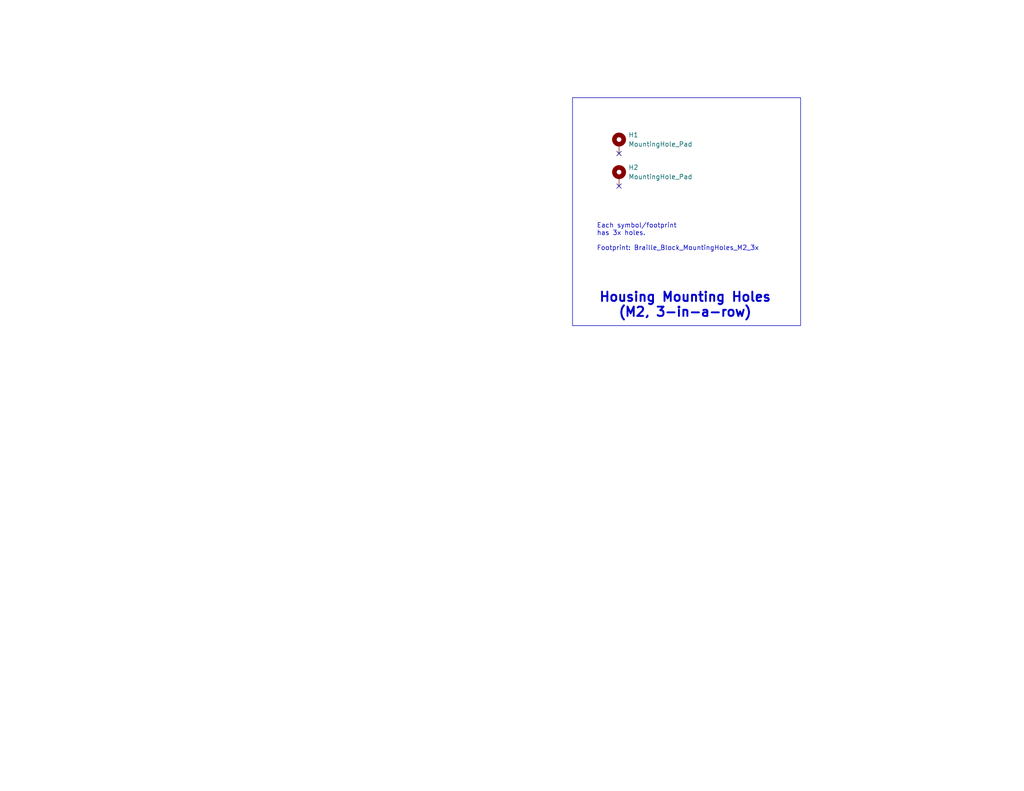
<source format=kicad_sch>
(kicad_sch (version 20231120) (generator "eeschema") (generator_version "8.0")
  (paper "USLetter")
  (lib_symbols
    (symbol "Mechanical:MountingHole_Pad" (pin_numbers hide) (pin_names (offset 1.016) hide) (exclude_from_sim yes) (in_bom no)
      (property "Reference" "H" (at 0 6.35 0))
      (property "Value" "MountingHole_Pad" (at 0 4.445 0))
      (symbol "MountingHole_Pad_0_1"
        (circle (center 0 1.27) (radius 1.27) (stroke (width 1.27)))
      )
      (symbol "MountingHole_Pad_1_1"
        (pin input line (at 0 -2.54 90) (length 2.54) (name "1") (number "1"))
      )
    )
  )
  (no_connect (at 168.91 50.8))
  (no_connect (at 168.91 41.91))
  (rectangle (start 156.21 26.67) (end 218.44 88.9))
  (text "Each symbol/footprint\nhas 3x holes.\n\nFootprint: Braille_Block_MountingHoles_M2_3x" (at 162.814 64.77 0) (effects (font (size 1.27 1.27)) (justify left)))
  (text "Housing Mounting Holes\n(M2, 3-in-a-row)" (at 186.944 83.312 0) (effects (font (size 2.54 2.54) (thickness 0.508) (bold yes))))
  (symbol (lib_id "Mechanical:MountingHole_Pad") (at 168.91 39.37 0) (unit 1) (exclude_from_sim yes) (in_bom no)
    (property "Reference" "H1" (at 171.45 36.8299 0) (effects (justify left)))
    (property "Value" "MountingHole_Pad" (at 171.45 39.3699 0) (effects (justify left)))
    (property "Footprint" "00-lib-footprints:Braille_Block_MountingHoles_M2_3x" (effects (hide yes)))
    (property "Description" "Mounting Hole with connection" (effects (hide yes)))
  )
  (symbol (lib_id "Mechanical:MountingHole_Pad") (at 168.91 48.26 0) (unit 1) (exclude_from_sim yes) (in_bom no)
    (property "Reference" "H2" (at 171.45 45.7199 0) (effects (justify left)))
    (property "Value" "MountingHole_Pad" (at 171.45 48.2599 0) (effects (justify left)))
    (property "Footprint" "00-lib-footprints:Braille_Block_MountingHoles_M2_3x" (effects (hide yes)))
    (property "Description" "Mounting Hole with connection" (effects (hide yes)))
  )
)
</source>
